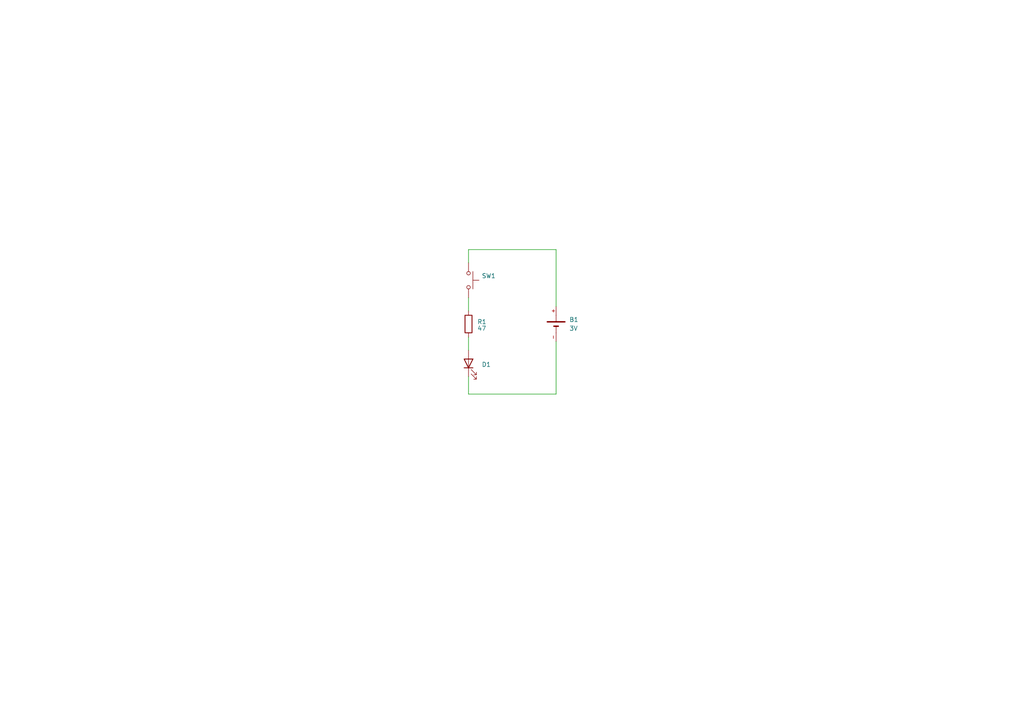
<source format=kicad_sch>
(kicad_sch (version 20250114) (generator "eeschema") (generator_version "9.0")
  (paper "A4")
  (title_block (title "Single LED Keyboard") (date "2024-10-24") (rev "1.0") (company "Dukyoung High School") (comment 1 "Made by suzukaotto"))
  (lib_symbols
    (symbol "Device:LED" (pin_numbers (hide yes)) (pin_names (offset 1.016) (hide yes))
      (property "Reference" "D" (at 0 2.54 0))
      (property "Value" "LED" (at 0 -2.54 0))
      (symbol "LED_0_1"
        (polyline (pts (xy -3.048 -0.762) (xy -4.572 -2.286) (xy -3.81 -2.286) (xy -4.572 -2.286) (xy -4.572 -1.524)))
        (polyline (pts (xy -1.778 -0.762) (xy -3.302 -2.286) (xy -2.54 -2.286) (xy -3.302 -2.286) (xy -3.302 -1.524)))
        (polyline (pts (xy -1.27 0) (xy 1.27 0)))
        (polyline (pts (xy -1.27 -1.27) (xy -1.27 1.27)) (stroke (width 0.254)))
        (polyline (pts (xy 1.27 -1.27) (xy 1.27 1.27) (xy -1.27 0) (xy 1.27 -1.27)) (stroke (width 0.254)))
      )
      (symbol "LED_1_1"
        (pin passive line (at -3.81 0 0) (length 2.54) (name "K") (number "1"))
        (pin passive line (at 3.81 0 180) (length 2.54) (name "A") (number "2"))
      )
    )
    (symbol "Device:R" (pin_numbers (hide yes)) (pin_names (offset 0))
      (property "Reference" "R" (at 2.032 0 90))
      (property "Value" "R" (at 0 0 90))
      (symbol "R_0_1"
        (rectangle (start -1.016 -2.54) (end 1.016 2.54) (stroke (width 0.254)))
      )
      (symbol "R_1_1"
        (pin passive line (at 0 3.81 270) (length 1.27) (name "~") (number "1"))
        (pin passive line (at 0 -3.81 90) (length 1.27) (name "~") (number "2"))
      )
    )
    (symbol "LR44:LR44" (pin_names (offset 1.016))
      (property "Reference" "X" (at -1.27 3.175 0))
      (property "Value" "LR44" (at -1.27 -5.08 0))
      (symbol "LR44_0_0"
        (polyline (pts (xy -2.54 0) (xy -0.635 0)) (stroke (width 0.1524)))
        (polyline (pts (xy -0.635 0.635) (xy -0.635 0)) (stroke (width 0.4064)))
        (polyline (pts (xy -0.635 0) (xy -0.635 -0.635)) (stroke (width 0.4064)))
        (polyline (pts (xy 0.635 2.54) (xy 0.635 0)) (stroke (width 0.4064)))
        (polyline (pts (xy 0.635 0) (xy 0.635 -2.54)) (stroke (width 0.4064)))
        (polyline (pts (xy 0.635 0) (xy 2.54 0)) (stroke (width 0.1524)))
        (pin passive line (at -5.08 0 0) (length 2.54) (name "~") (number "-"))
        (pin passive line (at 5.08 0 180) (length 2.54) (name "~") (number "+"))
      )
    )
    (symbol "Switch:SW_Push" (pin_numbers (hide yes)) (pin_names (offset 1.016) (hide yes))
      (property "Reference" "SW" (at 1.27 2.54 0))
      (property "Value" "SW_Push" (at 0 -1.524 0))
      (symbol "SW_Push_0_1"
        (circle (center -2.032 0) (radius 0.508))
        (polyline (pts (xy 0 1.27) (xy 0 3.048)))
        (circle (center 2.032 0) (radius 0.508))
        (polyline (pts (xy 2.54 1.27) (xy -2.54 1.27)))
        (pin passive line (at -5.08 0 0) (length 2.54) (name "1") (number "1"))
        (pin passive line (at 5.08 0 180) (length 2.54) (name "2") (number "2"))
      )
    )
  )
  (wire (pts (xy 135.89 72.39) (xy 161.29 72.39)))
  (wire (pts (xy 135.89 97.79) (xy 135.89 101.6)))
  (wire (pts (xy 161.29 72.39) (xy 161.29 88.9)))
  (wire (pts (xy 135.89 86.36) (xy 135.89 90.17)))
  (wire (pts (xy 135.89 72.39) (xy 135.89 76.2)))
  (wire (pts (xy 135.89 109.22) (xy 135.89 114.3)))
  (wire (pts (xy 135.89 114.3) (xy 161.29 114.3)))
  (wire (pts (xy 161.29 99.06) (xy 161.29 114.3)))
  (symbol (lib_id "LR44:LR44") (at 161.29 93.98 90) (unit 1)
    (property "Reference" "B1" (at 165.1 92.7099 90) (effects (justify right)))
    (property "Value" "3V" (at 165.1 95.2499 90) (effects (justify right)))
    (property "Footprint" "Battery:BatteryHolder_LINX_BAT-HLD-012-SMT" (effects (hide yes)))
    (property "MF" "Murata Electronics" (effects (hide yes)))
    (property "Description_1" "\n                        \n                            Coin, 11.6mm Alkaline Manganese Dioxide 1.5 V Battery Non-Rechargeable (Primary)\n                        \n" (effects (hide yes)))
    (property "Package" "Package" (effects (hide yes)))
    (property "Price" "None" (effects (hide yes)))
    (property "SnapEDA_Link" "https://www.snapeda.com/parts/LR44/Murata/view-part/?ref=snap" (effects (hide yes)))
    (property "MP" "LR44" (effects (hide yes)))
    (property "Availability" "In Stock" (effects (hide yes)))
    (property "Check_prices" "https://www.snapeda.com/parts/LR44/Murata/view-part/?ref=eda" (effects (hide yes)))
  )
  (symbol (lib_id "Switch:SW_Push") (at 135.89 81.28 270) (unit 1)
    (property "Reference" "SW1" (at 139.7 80.0099 90) (effects (justify left)))
    (property "Value" "KEY_SW" (effects (hide yes)))
    (property "Footprint" "Button_Switch_Keyboard:SW_Cherry_MX_1.00u_PCB" (effects (hide yes)))
    (property "Description" "Push button switch, generic, two pins" (effects (hide yes)))
  )
  (symbol (lib_id "Device:LED") (at 135.89 105.41 90) (unit 1)
    (property "Reference" "D1" (at 139.7 105.7274 90) (effects (justify right)))
    (property "Value" "BLUE" (effects (hide yes)))
    (property "Footprint" "LED_SMD:LED_0402_1005Metric" (effects (hide yes)))
    (property "Description" "Light emitting diode" (effects (hide yes)))
  )
  (symbol (lib_id "Device:R") (at 135.89 93.98 180) (unit 1)
    (property "Reference" "R1" (at 138.43 93.3449 0) (effects (justify right)))
    (property "Value" "47" (at 138.43 95.25 0) (effects (justify right)))
    (property "Footprint" "Resistor_SMD:R_0603_1608Metric" (effects (hide yes)))
    (property "Description" "Resistor" (effects (hide yes)))
  )
)
</source>
